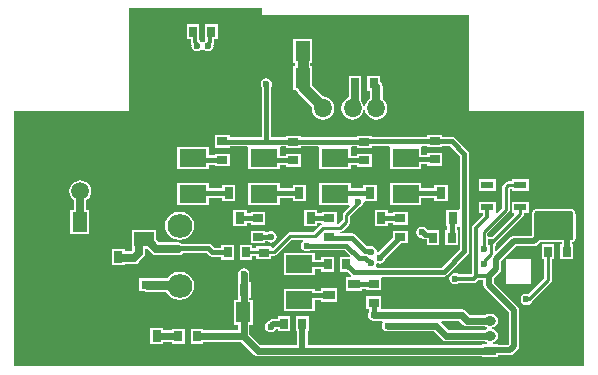
<source format=gbl>
G04*
G04 #@! TF.GenerationSoftware,Altium Limited,Altium Designer,20.2.4 (192)*
G04*
G04 Layer_Physical_Order=2*
G04 Layer_Color=16711680*
%FSLAX25Y25*%
%MOIN*%
G70*
G04*
G04 #@! TF.SameCoordinates,81383B29-DD0C-412F-95FE-E9E56B5C578C*
G04*
G04*
G04 #@! TF.FilePolarity,Positive*
G04*
G01*
G75*
%ADD10C,0.00787*%
%ADD12C,0.01181*%
%ADD25C,0.00984*%
%ADD29R,0.02756X0.03543*%
%ADD38R,0.03543X0.02756*%
%ADD41R,0.04882X0.06800*%
%ADD46R,0.03000X0.03843*%
%ADD78C,0.02756*%
%ADD79C,0.01968*%
%ADD80C,0.03150*%
%ADD81C,0.02362*%
%ADD82C,0.01575*%
%ADD83C,0.01378*%
%ADD85O,0.08268X0.07874*%
%ADD86O,0.03543X0.07677*%
%ADD87O,0.04134X0.06102*%
%ADD88C,0.05906*%
%ADD89R,0.05906X0.05906*%
%ADD90O,0.05906X0.06299*%
%ADD91R,0.05118X0.06890*%
%ADD92C,0.15748*%
%ADD93R,0.03150X0.04000*%
%ADD94O,0.03150X0.04000*%
%ADD95O,0.04000X0.03150*%
%ADD96R,0.04000X0.03150*%
%ADD97C,0.02362*%
%ADD98C,0.01968*%
%ADD99R,0.09055X0.05906*%
%ADD100R,0.03937X0.03150*%
%ADD101R,0.03150X0.03937*%
%ADD102R,0.06800X0.04882*%
%ADD103R,0.04331X0.02362*%
%ADD104C,0.03543*%
G36*
X83129Y117267D02*
X152027D01*
Y85254D01*
X172767D01*
X173104Y85560D01*
X190453Y85532D01*
Y68996D01*
X190453D01*
X190412Y68947D01*
Y20555D01*
X190481Y20480D01*
X190481Y4324D01*
X190412Y4248D01*
Y535D01*
X183358D01*
X182332Y384D01*
X180269Y439D01*
X179790Y535D01*
X11155D01*
X10675Y439D01*
X8613Y384D01*
X7587Y535D01*
X452D01*
Y68164D01*
X435Y68183D01*
X452Y78474D01*
Y85254D01*
X463D01*
X464Y85532D01*
X16999D01*
X16999Y85532D01*
X17334Y85254D01*
X38838D01*
Y119629D01*
X83129D01*
Y117267D01*
D02*
G37*
%LPC*%
G36*
X68268Y114291D02*
X64095D01*
Y109331D01*
X64095Y109331D01*
X64045Y108851D01*
X63598Y108553D01*
X63439Y108314D01*
X62939D01*
X62780Y108553D01*
X62271Y108892D01*
X62087Y109331D01*
X62087Y109331D01*
X62087Y109331D01*
Y114291D01*
X57913D01*
Y109331D01*
X59335D01*
Y108268D01*
X59335Y108268D01*
X59436Y107761D01*
X59565Y107567D01*
X59491Y107190D01*
X59637Y106453D01*
X60055Y105828D01*
X60680Y105410D01*
X61417Y105263D01*
X62155Y105410D01*
X62780Y105828D01*
X62939Y106066D01*
X63439D01*
X63598Y105828D01*
X64223Y105410D01*
X64961Y105263D01*
X65698Y105410D01*
X66323Y105828D01*
X66741Y106453D01*
X66887Y107190D01*
X66812Y107567D01*
X66942Y107761D01*
X67043Y108268D01*
X67043Y108268D01*
Y109331D01*
X68268D01*
Y114291D01*
D02*
G37*
G36*
X122303Y97165D02*
X118130D01*
Y94890D01*
X118089Y94685D01*
Y94291D01*
X118130Y94086D01*
Y92205D01*
X118936D01*
Y89557D01*
X118452Y89186D01*
X117865Y88421D01*
X117496Y87531D01*
X117383Y86676D01*
X117370Y86575D01*
X116882D01*
X116869Y86676D01*
X116756Y87531D01*
X116387Y88421D01*
X116163Y88714D01*
Y93484D01*
X116163Y93484D01*
Y94685D01*
X116122Y94890D01*
Y97165D01*
X111949D01*
Y94890D01*
X111908Y94685D01*
Y93484D01*
X111908Y93484D01*
Y90007D01*
X111343Y89773D01*
X110578Y89186D01*
X109991Y88421D01*
X109622Y87531D01*
X109496Y86575D01*
Y86181D01*
X109622Y85225D01*
X109991Y84335D01*
X110578Y83570D01*
X111343Y82983D01*
X112233Y82614D01*
X113189Y82488D01*
X114145Y82614D01*
X115035Y82983D01*
X115800Y83570D01*
X116387Y84335D01*
X116756Y85225D01*
X116869Y86080D01*
X116882Y86181D01*
X117370D01*
X117383Y86080D01*
X117496Y85225D01*
X117865Y84335D01*
X118452Y83570D01*
X119217Y82983D01*
X120107Y82614D01*
X121063Y82488D01*
X122019Y82614D01*
X122909Y82983D01*
X123674Y83570D01*
X124261Y84335D01*
X124630Y85225D01*
X124756Y86181D01*
Y86575D01*
X124630Y87531D01*
X124261Y88421D01*
X123674Y89186D01*
X123190Y89557D01*
Y93445D01*
X123029Y94259D01*
X122567Y94949D01*
X122303Y95214D01*
Y97165D01*
D02*
G37*
G36*
X99800Y109463D02*
X93501D01*
Y101246D01*
X94122D01*
Y100565D01*
X93501D01*
Y92348D01*
X94313D01*
X94314Y92342D01*
X94862Y91522D01*
X99672Y86713D01*
X99654Y86575D01*
Y86181D01*
X99779Y85225D01*
X100148Y84335D01*
X100735Y83570D01*
X101500Y82983D01*
X102391Y82614D01*
X103347Y82488D01*
X104302Y82614D01*
X105193Y82983D01*
X105958Y83570D01*
X106545Y84335D01*
X106914Y85225D01*
X107039Y86181D01*
Y86575D01*
X106914Y87531D01*
X106545Y88421D01*
X105958Y89186D01*
X105193Y89773D01*
X104302Y90142D01*
X103347Y90268D01*
X103278Y90259D01*
X99800Y93737D01*
Y100565D01*
X99180D01*
Y101246D01*
X99800D01*
Y109463D01*
D02*
G37*
G36*
X84449Y96356D02*
X83711Y96209D01*
X83086Y95792D01*
X82669Y95166D01*
X82522Y94429D01*
X82669Y93692D01*
X82924Y93310D01*
Y76712D01*
X72264D01*
Y77323D01*
X67303D01*
Y73150D01*
X72264D01*
Y73662D01*
X78056D01*
X78425Y73347D01*
X78425Y73162D01*
Y66024D01*
X88898D01*
Y67431D01*
X90925D01*
Y66870D01*
X95886D01*
Y71043D01*
X90925D01*
Y70482D01*
X88898D01*
Y73162D01*
X88898Y73347D01*
X89267Y73662D01*
X90925D01*
Y73051D01*
X95886D01*
Y73612D01*
X101657D01*
X102047Y73346D01*
X102047Y73112D01*
Y66024D01*
X112520D01*
Y67431D01*
X114646D01*
Y66870D01*
X119606D01*
Y71043D01*
X114646D01*
Y70482D01*
X112520D01*
Y73112D01*
X112520Y73346D01*
X112909Y73612D01*
X114646D01*
Y73051D01*
X119606D01*
Y73760D01*
X125461D01*
X125669Y73347D01*
X125669Y73260D01*
Y66024D01*
X136142D01*
Y67727D01*
X138071D01*
Y67165D01*
X143032D01*
Y71339D01*
X138071D01*
Y70777D01*
X136142D01*
Y73260D01*
X136142Y73347D01*
X136350Y73760D01*
X138071D01*
Y73347D01*
X143032D01*
Y73730D01*
X145568D01*
X148967Y70332D01*
Y52919D01*
X148819Y52480D01*
X148467Y52480D01*
X144252D01*
Y47126D01*
X144843D01*
Y45591D01*
X144114D01*
Y40630D01*
X148287D01*
Y45591D01*
X147894D01*
Y46772D01*
X148247Y47126D01*
X148819Y47126D01*
X148967Y46687D01*
Y39264D01*
X142921Y33218D01*
X121233D01*
X120966Y33718D01*
X121093Y33908D01*
X121175Y34320D01*
X121572Y34628D01*
X121706Y34620D01*
X122329Y34496D01*
X123066Y34643D01*
X123692Y35061D01*
X124109Y35686D01*
X124256Y36423D01*
X124255Y36428D01*
X129204Y41378D01*
X131614D01*
Y45551D01*
X126654D01*
Y43141D01*
X121746Y38234D01*
X121733Y38232D01*
X121475Y38386D01*
X121351Y38482D01*
X121262Y38584D01*
X121131Y39241D01*
X120713Y39866D01*
X120088Y40284D01*
X119351Y40431D01*
X118749Y40311D01*
X118128D01*
X114250Y44189D01*
X113755Y44519D01*
X113171Y44636D01*
X109139D01*
X109089Y45136D01*
X109486Y45214D01*
X109883Y45480D01*
X111968Y47565D01*
X112233Y47962D01*
X112327Y48431D01*
Y50376D01*
X115073Y53122D01*
X115799Y53266D01*
X116424Y53684D01*
X116842Y54309D01*
X116989Y55046D01*
X117274Y55394D01*
X121378D01*
Y60748D01*
X116811D01*
Y59596D01*
X112520D01*
Y61535D01*
X102047D01*
Y54213D01*
X109626D01*
X109744Y54189D01*
X109862Y54213D01*
X111994D01*
X112201Y53713D01*
X110237Y51749D01*
X109971Y51351D01*
X109878Y50883D01*
Y48938D01*
X108510Y47570D01*
X107992D01*
Y51732D01*
X103032D01*
Y51250D01*
X101496D01*
Y52480D01*
X96929D01*
Y47126D01*
X101496D01*
Y48199D01*
X102624D01*
X102962Y47699D01*
X102914Y47512D01*
X102735Y47477D01*
X102602Y47388D01*
X102602Y47388D01*
X102474Y47302D01*
X102337Y47211D01*
X100051Y44925D01*
X92257D01*
X91788Y44832D01*
X91391Y44567D01*
X86642Y39817D01*
X86142Y40025D01*
Y40312D01*
X81181D01*
Y39592D01*
X79823D01*
Y40848D01*
X75650D01*
Y35888D01*
X79823D01*
Y37144D01*
X81181D01*
Y36139D01*
X86142D01*
Y37144D01*
X86924D01*
X87392Y37237D01*
X87789Y37502D01*
X92764Y42476D01*
X96548D01*
X96700Y41976D01*
X96585Y41900D01*
X96167Y41274D01*
X96020Y40537D01*
X96167Y39800D01*
X96585Y39175D01*
X97210Y38757D01*
X97947Y38610D01*
X98684Y38757D01*
X99066Y39012D01*
X110546D01*
X112363Y37194D01*
X112172Y36732D01*
X109016D01*
Y31772D01*
X111425D01*
X112583Y30614D01*
X112706Y30532D01*
X112554Y30032D01*
X111004D01*
Y25465D01*
X116358D01*
Y26199D01*
X117736D01*
Y25613D01*
X122697D01*
Y29667D01*
X122697Y29786D01*
X122982Y30167D01*
X143553D01*
X144137Y30284D01*
X144632Y30614D01*
X151571Y37553D01*
X151901Y38048D01*
X152017Y38632D01*
Y70964D01*
X151901Y71548D01*
X151571Y72042D01*
X147279Y76335D01*
X146784Y76665D01*
X146200Y76781D01*
X143032D01*
Y77520D01*
X138071D01*
Y76811D01*
X119606D01*
Y77224D01*
X114646D01*
Y76663D01*
X95886D01*
Y77224D01*
X90925D01*
Y76712D01*
X85974D01*
Y93310D01*
X86229Y93692D01*
X86376Y94429D01*
X86229Y95166D01*
X85811Y95792D01*
X85186Y96209D01*
X84449Y96356D01*
D02*
G37*
G36*
X65276Y73347D02*
X54803D01*
Y66024D01*
X65276D01*
Y67530D01*
X67303D01*
Y66969D01*
X72264D01*
Y71142D01*
X67303D01*
Y70581D01*
X65276D01*
Y73347D01*
D02*
G37*
G36*
X172028Y62618D02*
X166279D01*
Y61953D01*
X165101D01*
X164633Y61860D01*
X164235Y61594D01*
X163436Y60794D01*
X163170Y60397D01*
X163077Y59929D01*
Y53066D01*
X161504Y51493D01*
X161004Y51700D01*
Y55138D01*
X155256D01*
Y51358D01*
X156805D01*
Y50745D01*
X153468Y47409D01*
X153181Y46979D01*
X153080Y46472D01*
X153080Y46472D01*
Y31028D01*
X152986Y30933D01*
X148649D01*
X148118Y31288D01*
X147380Y31435D01*
X146643Y31288D01*
X146018Y30871D01*
X145600Y30246D01*
X145454Y29508D01*
X145600Y28771D01*
X146018Y28146D01*
X146643Y27728D01*
X147380Y27582D01*
X148118Y27728D01*
X148649Y28083D01*
X153576D01*
X154121Y28192D01*
X154583Y28501D01*
X154995Y28912D01*
X156847D01*
Y27492D01*
X156978Y26831D01*
X157352Y26271D01*
X165203Y18420D01*
Y7676D01*
X165061Y7534D01*
X161665D01*
Y7835D01*
X159993D01*
X159943Y8335D01*
X160273Y8400D01*
X161028Y8905D01*
X161533Y9660D01*
X161710Y10551D01*
X161533Y11442D01*
X161028Y12197D01*
X160273Y12702D01*
X159800Y12796D01*
Y13306D01*
X160273Y13400D01*
X161028Y13905D01*
X161533Y14660D01*
X161710Y15551D01*
X161533Y16442D01*
X161028Y17198D01*
X160273Y17702D01*
X159382Y17879D01*
X158531D01*
X157641Y17702D01*
X157305Y17478D01*
X152275D01*
X150980Y18772D01*
X150355Y19190D01*
X149618Y19336D01*
X123158D01*
X122697Y19431D01*
Y23605D01*
X117736D01*
Y19431D01*
X118691D01*
Y18528D01*
X118436Y18147D01*
X118290Y17410D01*
X118436Y16672D01*
X118854Y16047D01*
X119479Y15630D01*
X120217Y15483D01*
X123127D01*
X123392Y14983D01*
X123122Y14578D01*
X122975Y13840D01*
X123122Y13103D01*
X123539Y12478D01*
X124164Y12060D01*
X124902Y11913D01*
X140285D01*
X143009Y9189D01*
X143634Y8771D01*
X144372Y8624D01*
X157305D01*
X157641Y8400D01*
X157970Y8335D01*
X157921Y7835D01*
X156248D01*
Y7478D01*
X98222D01*
Y11970D01*
X98583D01*
Y16930D01*
X94410D01*
Y11970D01*
X94770D01*
Y7478D01*
X82491D01*
X78818Y11151D01*
Y14199D01*
X79961D01*
Y22416D01*
X78818D01*
Y23178D01*
X79349D01*
Y28439D01*
X78818D01*
Y31075D01*
X78671Y31812D01*
X78253Y32437D01*
X77628Y32855D01*
X76891Y33002D01*
X76153Y32855D01*
X75528Y32437D01*
X75111Y31812D01*
X74964Y31075D01*
Y28439D01*
X74931D01*
Y23178D01*
X74964D01*
Y22416D01*
X73661D01*
Y14199D01*
X74964D01*
Y12280D01*
X63406D01*
Y12833D01*
X59232D01*
Y7873D01*
X63406D01*
Y8426D01*
X76093D01*
X80330Y4189D01*
X80956Y3771D01*
X81693Y3624D01*
X156248D01*
Y3268D01*
X161665D01*
Y4082D01*
X165776D01*
X166437Y4213D01*
X166997Y4587D01*
X168150Y5740D01*
X168524Y6300D01*
X168655Y6961D01*
Y19135D01*
X168524Y19796D01*
X168150Y20356D01*
X160299Y28207D01*
Y29622D01*
X162224Y31548D01*
X162599Y32108D01*
X162730Y32768D01*
Y35346D01*
X167812Y40427D01*
X173649D01*
X174310Y40558D01*
X174870Y40933D01*
X175537Y41600D01*
X182861Y41600D01*
Y40980D01*
X182500D01*
Y36020D01*
X186673D01*
Y40980D01*
X186313D01*
Y41653D01*
X186663Y41749D01*
X186704Y41769D01*
X186749Y41778D01*
X186829Y41832D01*
X186916Y41875D01*
X186945Y41909D01*
X186984Y41935D01*
X187202Y42153D01*
X187202Y42153D01*
X187202Y42153D01*
X187300Y42299D01*
X187359Y42388D01*
Y42388D01*
X187359Y42388D01*
X187479Y42677D01*
X187479Y42677D01*
X187479Y42677D01*
X187506Y42816D01*
X187533Y42954D01*
X187533Y42954D01*
X187533Y42954D01*
X187533Y43110D01*
X187534Y50620D01*
X187534Y50620D01*
X187534Y50620D01*
X187533Y51083D01*
X187517Y51166D01*
X187514Y51251D01*
X187402Y51717D01*
X187378Y51769D01*
X187367Y51825D01*
X187329Y51917D01*
X187172Y52151D01*
X186895Y52428D01*
X186661Y52585D01*
X186661Y52585D01*
X186299Y52734D01*
X186299Y52734D01*
X186299Y52735D01*
X186198Y52755D01*
X186023Y52789D01*
X186023Y52789D01*
X186023Y52789D01*
X185827Y52789D01*
X174606Y52789D01*
X174606Y52789D01*
X174450Y52789D01*
X174450Y52789D01*
X174450Y52789D01*
X174332Y52766D01*
X174173Y52734D01*
X174173Y52734D01*
X174173Y52734D01*
X173884Y52614D01*
X173649Y52458D01*
X173428Y52236D01*
X173428Y52236D01*
X173271Y52002D01*
X173151Y51713D01*
X173121Y51561D01*
X173096Y51436D01*
X173096Y51279D01*
X173096Y44041D01*
X172934Y43879D01*
X167097D01*
X166436Y43748D01*
X165876Y43374D01*
X161076Y38574D01*
X160614Y38765D01*
Y40179D01*
X160752Y40271D01*
X161170Y40896D01*
X161311Y41607D01*
X170019Y50315D01*
X170285Y50713D01*
X170378Y51181D01*
Y51358D01*
X172028D01*
Y55138D01*
X166279D01*
Y51358D01*
X166946D01*
X167137Y50896D01*
X159733Y43492D01*
X159390Y43561D01*
X158663Y43416D01*
X158573Y43399D01*
X158163Y43684D01*
Y44689D01*
X165167Y51693D01*
X165433Y52091D01*
X165526Y52559D01*
Y59421D01*
X165608Y59504D01*
X166279D01*
Y58839D01*
X172028D01*
Y62618D01*
D02*
G37*
G36*
X161004D02*
X155256D01*
Y58839D01*
X161004D01*
Y62618D01*
D02*
G37*
G36*
X136142Y61535D02*
X125669D01*
Y54213D01*
X136142D01*
Y56546D01*
X140512D01*
Y55394D01*
X145079D01*
Y60748D01*
X140512D01*
Y59596D01*
X136142D01*
Y61535D01*
D02*
G37*
G36*
X88898D02*
X78425D01*
Y54213D01*
X81082D01*
X81201Y54189D01*
X81319Y54213D01*
X88898D01*
Y56546D01*
X93189D01*
Y55394D01*
X97756D01*
Y60748D01*
X93189D01*
Y59596D01*
X88898D01*
Y61535D01*
D02*
G37*
G36*
X65276D02*
X54803D01*
Y54213D01*
X65276D01*
Y56546D01*
X69587D01*
Y55394D01*
X74154D01*
Y60748D01*
X69587D01*
Y59596D01*
X65276D01*
Y61535D01*
D02*
G37*
G36*
X125118Y52480D02*
X120551D01*
Y47126D01*
X125118D01*
Y48199D01*
X126654D01*
Y47559D01*
X131614D01*
Y51732D01*
X126654D01*
Y51250D01*
X125118D01*
Y52480D01*
D02*
G37*
G36*
X77894D02*
X73327D01*
Y47126D01*
X77894D01*
Y48199D01*
X79213D01*
Y47559D01*
X84173D01*
Y51732D01*
X79213D01*
Y51250D01*
X77894D01*
Y52480D01*
D02*
G37*
G36*
X22476Y62335D02*
X21520Y62209D01*
X20629Y61840D01*
X19865Y61253D01*
X19278Y60488D01*
X18909Y59598D01*
X18783Y58642D01*
X18909Y57686D01*
X19278Y56795D01*
X19865Y56030D01*
X20230Y55750D01*
Y52475D01*
X19089D01*
Y44258D01*
X25388D01*
Y52475D01*
X24485D01*
Y55568D01*
X25087Y56030D01*
X25674Y56795D01*
X26043Y57686D01*
X26169Y58642D01*
X26043Y59598D01*
X25674Y60488D01*
X25087Y61253D01*
X24322Y61840D01*
X23432Y62209D01*
X22476Y62335D01*
D02*
G37*
G36*
X55715Y51851D02*
X55321D01*
X54109Y51692D01*
X52978Y51223D01*
X52008Y50479D01*
X51263Y49508D01*
X50795Y48378D01*
X50635Y47165D01*
X50795Y45953D01*
X51263Y44822D01*
X52008Y43852D01*
X52978Y43107D01*
X54109Y42639D01*
X55321Y42480D01*
X55715D01*
X56928Y42639D01*
X58058Y43107D01*
X59028Y43852D01*
X59773Y44822D01*
X60241Y45953D01*
X60401Y47165D01*
X60241Y48378D01*
X59773Y49508D01*
X59028Y50479D01*
X58058Y51223D01*
X56928Y51692D01*
X55715Y51851D01*
D02*
G37*
G36*
X84173Y45551D02*
X79213D01*
Y41378D01*
X84173D01*
Y41939D01*
X84905D01*
X85286Y41684D01*
X86024Y41538D01*
X86761Y41684D01*
X87386Y42102D01*
X87804Y42727D01*
X87950Y43465D01*
X87804Y44202D01*
X87386Y44827D01*
X86761Y45245D01*
X86024Y45391D01*
X85286Y45245D01*
X84905Y44990D01*
X84173D01*
Y45551D01*
D02*
G37*
G36*
X136342Y46878D02*
X135605Y46731D01*
X134980Y46313D01*
X134562Y45688D01*
X134415Y44951D01*
X134562Y44213D01*
X134980Y43588D01*
X135605Y43171D01*
X136321Y43028D01*
X136333Y43016D01*
X136828Y42685D01*
X137412Y42569D01*
X137933D01*
Y40630D01*
X142106D01*
Y45591D01*
X139576D01*
X139429Y45620D01*
X138136D01*
X138122Y45688D01*
X137705Y46313D01*
X137080Y46731D01*
X136342Y46878D01*
D02*
G37*
G36*
X47809Y45728D02*
X39592D01*
Y39429D01*
X39612D01*
X39731Y38936D01*
X39451Y38624D01*
X37387D01*
Y39343D01*
X32970D01*
Y36807D01*
X32951Y36713D01*
X32970Y36618D01*
Y34082D01*
X37387D01*
Y34369D01*
X40379D01*
X41194Y34530D01*
X41884Y34992D01*
X43498Y36606D01*
X43959Y37296D01*
X44121Y38110D01*
Y39429D01*
X44801D01*
X46266Y37964D01*
X46956Y37503D01*
X47770Y37341D01*
X55138D01*
X55952Y37503D01*
X56642Y37964D01*
X56741Y38111D01*
X64486D01*
X65308Y37289D01*
X65803Y36959D01*
X66387Y36843D01*
X69468D01*
Y35888D01*
X73642D01*
Y40848D01*
X69468D01*
Y39893D01*
X67019D01*
X66197Y40715D01*
X65702Y41046D01*
X65118Y41162D01*
X56359D01*
X55952Y41434D01*
X55138Y41596D01*
X48651D01*
X47809Y42438D01*
Y45728D01*
D02*
G37*
G36*
X100709Y37913D02*
X90236D01*
Y30591D01*
X100709D01*
Y32727D01*
X102835D01*
Y31772D01*
X107008D01*
Y36732D01*
X102835D01*
Y35777D01*
X100709D01*
Y37913D01*
D02*
G37*
G36*
X164469Y36122D02*
X164469Y27713D01*
X172736Y27713D01*
X172736Y36122D01*
X164469Y36122D01*
D02*
G37*
G36*
X108090Y26292D02*
X102736D01*
Y25534D01*
X100709D01*
Y26102D01*
X90236D01*
Y18779D01*
X100709D01*
Y22483D01*
X102736D01*
Y21725D01*
X108090D01*
Y26292D01*
D02*
G37*
G36*
X180492Y40980D02*
X176319D01*
Y36020D01*
X177181D01*
Y29602D01*
X171946Y24366D01*
X171913Y24388D01*
X171176Y24534D01*
X170439Y24388D01*
X169814Y23970D01*
X169396Y23345D01*
X169249Y22608D01*
X169396Y21870D01*
X169814Y21245D01*
X170439Y20828D01*
X171176Y20681D01*
X171913Y20828D01*
X172538Y21245D01*
X172956Y21870D01*
X172967Y21924D01*
X179271Y28229D01*
X179537Y28626D01*
X179630Y29094D01*
Y36020D01*
X180492D01*
Y40980D01*
D02*
G37*
G36*
X55715Y31851D02*
X55321D01*
X54109Y31692D01*
X52978Y31223D01*
X52008Y30479D01*
X51516Y29838D01*
X44660D01*
X43769Y29660D01*
X43672Y29596D01*
X42180D01*
Y25423D01*
X43672D01*
X43769Y25358D01*
X44660Y25181D01*
X51115D01*
X51263Y24823D01*
X52008Y23852D01*
X52978Y23107D01*
X54109Y22639D01*
X55321Y22480D01*
X55715D01*
X56928Y22639D01*
X58058Y23107D01*
X59028Y23852D01*
X59773Y24823D01*
X60241Y25953D01*
X60401Y27165D01*
X60241Y28378D01*
X59773Y29508D01*
X59028Y30479D01*
X58058Y31223D01*
X56928Y31692D01*
X55715Y31851D01*
D02*
G37*
G36*
X92402Y16930D02*
X88228D01*
Y16160D01*
X86839D01*
X86179Y16028D01*
X85619Y15654D01*
X85306Y15341D01*
X85211Y15322D01*
X84586Y14905D01*
X84168Y14279D01*
X84022Y13542D01*
X84168Y12805D01*
X84586Y12180D01*
X85211Y11762D01*
X85948Y11615D01*
X86686Y11762D01*
X87311Y12180D01*
X87663Y12707D01*
X88228D01*
Y11970D01*
X92402D01*
Y16930D01*
D02*
G37*
G36*
X50157Y13043D02*
X45591D01*
Y7626D01*
X50157D01*
Y8417D01*
X53051D01*
Y7873D01*
X57224D01*
Y12833D01*
X53051D01*
Y12271D01*
X50157D01*
Y13043D01*
D02*
G37*
%LPD*%
G36*
X186384Y51917D02*
X186661Y51640D01*
X186699Y51548D01*
X186811Y51083D01*
X186811Y50620D01*
X186811Y43110D01*
X186811Y42954D01*
X186691Y42664D01*
X186473Y42446D01*
X186024Y42323D01*
X174606Y42323D01*
X174450Y42323D01*
X174160Y42443D01*
X173939Y42664D01*
X173819Y42954D01*
X173819Y43110D01*
X173819Y51279D01*
X173819Y51436D01*
X173939Y51726D01*
X174160Y51947D01*
X174450Y52067D01*
X174606Y52067D01*
X174606Y52067D01*
X185827Y52067D01*
X186023Y52067D01*
X186384Y51917D01*
D02*
G37*
G36*
X150114Y14189D02*
X150739Y13771D01*
X151476Y13624D01*
X157305D01*
X157641Y13400D01*
X158114Y13306D01*
Y12796D01*
X157641Y12702D01*
X157305Y12478D01*
X145170D01*
X142665Y14983D01*
X142872Y15483D01*
X148820D01*
X150114Y14189D01*
D02*
G37*
D10*
X88976Y105354D02*
Y106239D01*
X90248Y107510D01*
X143110Y108404D02*
X145276Y106239D01*
X79134Y107510D02*
X90248D01*
X145276Y105354D02*
Y106239D01*
X47835Y100689D02*
Y101677D01*
X146260Y79035D02*
X168329D01*
X142323Y82973D02*
X146260Y79035D01*
X168329D02*
X175908Y71457D01*
X142323Y83858D02*
X143110Y84646D01*
Y103189D01*
X145276Y105354D01*
X8858Y12402D02*
Y18581D01*
X20539Y78150D02*
X37894D01*
X41929Y82185D01*
Y94784D01*
X47835Y100689D01*
X13846Y71457D02*
X20539Y78150D01*
X47835Y101677D02*
Y101969D01*
X8858Y71457D02*
X13846D01*
X175908D02*
X182087D01*
X142323Y82973D02*
Y83858D01*
X8858Y12402D02*
X10874Y14417D01*
X8858Y12402D02*
X9515D01*
D12*
X154405Y30337D02*
Y46472D01*
X158130Y50197D01*
X97947Y74955D02*
X98130Y75138D01*
X158130Y50197D02*
Y53248D01*
X65719Y111348D02*
X66181Y111811D01*
X65719Y108268D02*
Y111348D01*
X64961Y107510D02*
X65719Y108268D01*
X64961Y107190D02*
Y107510D01*
X60000Y111811D02*
X60659Y111152D01*
Y108268D02*
Y111152D01*
Y108268D02*
X61417Y107510D01*
Y107190D02*
Y107510D01*
X140551Y69252D02*
X140571Y69272D01*
D25*
X171176Y22608D02*
X171919D01*
X178405Y29094D02*
Y38500D01*
X171919Y22608D02*
X178405Y29094D01*
X171176Y22608D02*
X171549D01*
X156885Y34392D02*
Y35386D01*
X159390Y37890D01*
X168759Y52853D02*
X169154Y53248D01*
X159390Y37890D02*
Y41634D01*
X82491Y38368D02*
X86924D01*
X77736D02*
X82491D01*
X156939Y39469D02*
Y45197D01*
X164302Y52559D02*
Y59929D01*
X165101Y60728D02*
X169154D01*
X164302Y59929D02*
X165101Y60728D01*
X156939Y45197D02*
X164302Y52559D01*
X168759Y52853D02*
X168860D01*
X169154Y52559D01*
Y51181D02*
Y52559D01*
X159390Y41634D02*
X159606D01*
X169154Y51181D01*
X115062Y54843D02*
Y55046D01*
X111102Y50883D02*
X115062Y54843D01*
X111102Y48431D02*
Y50883D01*
X109017Y46345D02*
X111102Y48431D01*
X100558Y43701D02*
X103203Y46345D01*
X109017D01*
X92257Y43701D02*
X100558D01*
X86924Y38368D02*
X92257Y43701D01*
X130905Y69685D02*
X131339Y69252D01*
X107283Y57874D02*
X109744Y55413D01*
X107283Y69685D02*
X108012Y68957D01*
X83661Y69685D02*
X84390Y68957D01*
X81201Y55413D02*
X83661Y57874D01*
X60039Y69685D02*
X60669Y69055D01*
X94784Y23130D02*
X95472Y22441D01*
D29*
X96496Y14450D02*
D03*
X90315D02*
D03*
X60000Y111811D02*
D03*
X66181D02*
D03*
X77736Y38368D02*
D03*
X71555D02*
D03*
X114035Y94685D02*
D03*
X120217D02*
D03*
X178405Y38500D02*
D03*
X184587D02*
D03*
X61319Y10353D02*
D03*
X55138D02*
D03*
X146201Y43110D02*
D03*
X140020D02*
D03*
X111102Y34252D02*
D03*
X104921D02*
D03*
D38*
X44660Y21328D02*
D03*
Y27509D02*
D03*
X81693Y49646D02*
D03*
Y43465D02*
D03*
X83661Y32045D02*
D03*
Y38226D02*
D03*
X105512Y49646D02*
D03*
Y43465D02*
D03*
X129134D02*
D03*
Y49646D02*
D03*
X120217Y27699D02*
D03*
Y21518D02*
D03*
X140551Y75433D02*
D03*
Y69252D02*
D03*
X117126Y68957D02*
D03*
Y75138D02*
D03*
X93405D02*
D03*
Y68957D02*
D03*
X69784Y69055D02*
D03*
Y75236D02*
D03*
D41*
X96651Y105354D02*
D03*
X108344D02*
D03*
X96651Y96457D02*
D03*
X108344D02*
D03*
X76811Y18308D02*
D03*
X65118D02*
D03*
X10545Y48366D02*
D03*
X22238D02*
D03*
D46*
X77140Y25808D02*
D03*
X83521D02*
D03*
X35179Y36713D02*
D03*
X28798D02*
D03*
D78*
X22357Y58523D02*
X22476Y58642D01*
X22357Y48485D02*
Y58523D01*
X22238Y48366D02*
X22357Y48485D01*
X55174Y27509D02*
X55518Y27165D01*
X35079Y36713D02*
X35295Y36496D01*
X41994Y41516D02*
X43057Y42579D01*
X41994Y38110D02*
Y41516D01*
X35295Y36496D02*
X40379D01*
X41994Y38110D01*
X43057Y42579D02*
X44660D01*
X47770Y39469D01*
X55138D01*
X113189Y86378D02*
X114035Y87224D01*
Y93484D01*
X114035Y93484D02*
Y94685D01*
X114035Y93484D02*
X114035Y93484D01*
X121063Y86378D02*
Y93445D01*
X120217Y94291D02*
X121063Y93445D01*
X120217Y94291D02*
Y94685D01*
D79*
X184587Y38500D02*
Y44126D01*
X184843Y44382D01*
Y44488D01*
X158573Y30337D02*
X161004Y32768D01*
Y36061D02*
X167097Y42153D01*
X161004Y32768D02*
Y36061D01*
X158573Y27492D02*
Y30337D01*
Y27492D02*
X166929Y19135D01*
Y6961D02*
Y19135D01*
X173649Y42153D02*
X175984Y44488D01*
X167097Y42153D02*
X173649D01*
X86839Y14433D02*
X90298D01*
X85948Y13542D02*
X86839Y14433D01*
X165776Y5808D02*
X166929Y6961D01*
X159213Y5808D02*
X165776D01*
X158957Y5551D02*
X159213Y5808D01*
X90298Y14433D02*
X90315Y14450D01*
X96496Y5925D02*
Y14450D01*
X96122Y5551D02*
X96496Y5925D01*
D80*
X44660Y27509D02*
X55174D01*
D81*
X76891Y10353D02*
Y31075D01*
X55129Y10344D02*
X55138Y10353D01*
X47883Y10344D02*
X55129D01*
X47874Y10335D02*
X47883Y10344D01*
X124902Y13840D02*
X141083D01*
X144372Y10551D02*
X158957D01*
X141083Y13840D02*
X144372Y10551D01*
X96122Y5551D02*
X158957D01*
X81693D02*
X96122D01*
X61319Y10353D02*
X76891D01*
X81693Y5551D01*
X151476Y15551D02*
X158957D01*
X149618Y17410D02*
X151476Y15551D01*
X120217Y17410D02*
X149618D01*
D82*
X66387Y38368D02*
X71555D01*
X65118Y39637D02*
X66387Y38368D01*
X55138Y39469D02*
X55288Y39619D01*
X55845D01*
X55863Y39637D01*
X65118D01*
X84055Y75187D02*
X93356D01*
X69833D02*
X84055D01*
X84449Y75581D02*
Y94429D01*
X84055Y75187D02*
X84449Y75581D01*
X93356Y75187D02*
X93405Y75138D01*
X69784Y75236D02*
X69833Y75187D01*
X91929Y83858D02*
Y84692D01*
X90158Y86464D02*
X91929Y84692D01*
X88340Y86464D02*
X90158D01*
X76181Y101969D02*
X76557Y101593D01*
Y98246D02*
Y101593D01*
X140728Y75256D02*
X146200D01*
X150492Y38632D02*
Y70964D01*
X146200Y75256D02*
X150492Y70964D01*
X55905Y107190D02*
Y107190D01*
X93405Y75138D02*
X98130D01*
X117126D01*
X95472Y34252D02*
X104921D01*
X97040Y24009D02*
X105413D01*
X95472Y22441D02*
X97040Y24009D01*
X113681Y27749D02*
X113706Y27724D01*
X120192D01*
X120217Y27699D01*
X60039Y57874D02*
X60236Y58071D01*
X71870D01*
X75610Y49803D02*
X75689Y49724D01*
X81614D01*
X81693Y49646D01*
X83661Y57874D02*
X83858Y58071D01*
X95472D01*
X105433Y49724D02*
X105512Y49646D01*
X99291Y49724D02*
X105433D01*
X99213Y49803D02*
X99291Y49724D01*
X107480Y58071D02*
X119095D01*
X107283Y57874D02*
X107480Y58071D01*
X122835Y49803D02*
X122913Y49724D01*
X129055D01*
X129134Y49646D01*
X146201Y43110D02*
X146368Y43278D01*
Y49636D01*
X146535Y49803D01*
X130905Y57874D02*
X131102Y58071D01*
X142795D01*
X143553Y31693D02*
X150492Y38632D01*
X117496Y38786D02*
X119069D01*
X119351Y38504D01*
X136342Y44951D02*
X136555D01*
X140020Y43110D02*
Y43504D01*
X139429Y44094D02*
X140020Y43504D01*
X137412Y44094D02*
X139429D01*
X136555Y44951D02*
X137412Y44094D01*
X115218Y36496D02*
X117463D01*
X119313Y34646D01*
X122329Y36423D02*
Y36660D01*
X129134Y43465D01*
X105866Y43110D02*
X113171D01*
X117496Y38786D01*
X97947Y40537D02*
X111177D01*
X115218Y36496D01*
X105512Y43465D02*
X105866Y43110D01*
X113661Y31693D02*
X143553D01*
X111102Y33858D02*
Y34252D01*
Y33858D02*
X111693Y33268D01*
X112087D01*
X113661Y31693D01*
X120217Y17410D02*
Y21518D01*
X81693Y43465D02*
X86024D01*
X140551Y75433D02*
X140728Y75256D01*
X140403Y75285D02*
X140551Y75433D01*
X47835Y101677D02*
X48751Y102593D01*
X51308D01*
X55905Y107190D01*
Y107190D02*
X61127Y101969D01*
X76181D01*
X131339Y69252D02*
X140551D01*
X47835Y101969D02*
Y103311D01*
X44882Y106264D02*
X47835Y103311D01*
X44882Y106264D02*
Y113878D01*
X76181Y101969D02*
Y103311D01*
X79134Y106264D01*
Y113878D01*
X84390Y68957D02*
X93405D01*
X117126Y75138D02*
X117274Y75285D01*
X140403D01*
X108012Y68957D02*
X117126D01*
X60669Y69055D02*
X69784D01*
D83*
X147380Y29508D02*
X153576D01*
X154405Y30337D01*
X158573D01*
D85*
X33018Y27165D02*
D03*
Y47165D02*
D03*
X55518Y27165D02*
D03*
X55518Y47165D02*
D03*
D86*
X44882Y113878D02*
D03*
X79134D02*
D03*
D87*
X47835Y101969D02*
D03*
X76181D02*
D03*
D88*
X22476Y58642D02*
D03*
D89*
X12476D02*
D03*
D90*
X130905Y86378D02*
D03*
X121063D02*
D03*
X113189D02*
D03*
X103347D02*
D03*
D91*
X142323Y83858D02*
D03*
X91929D02*
D03*
X88976Y105354D02*
D03*
X145276D02*
D03*
D92*
X8858Y76772D02*
D03*
X182087Y12402D02*
D03*
Y76772D02*
D03*
X8858Y12402D02*
D03*
D93*
X47874Y10335D02*
D03*
D94*
X42874D02*
D03*
D95*
X158957Y20551D02*
D03*
Y15551D02*
D03*
Y10551D02*
D03*
D96*
Y5551D02*
D03*
D97*
X48228Y53071D02*
D03*
X55138Y39469D02*
D03*
X139577Y26770D02*
D03*
X142795Y21242D02*
D03*
X175197Y32437D02*
D03*
X147380Y29508D02*
D03*
X171176Y22608D02*
D03*
X165061Y25689D02*
D03*
X156885Y34392D02*
D03*
X84449Y94429D02*
D03*
X137933Y10335D02*
D03*
X76891Y31075D02*
D03*
X16151Y3561D02*
D03*
X21148Y10353D02*
D03*
X16392Y22151D02*
D03*
X5591Y23798D02*
D03*
X144114Y78378D02*
D03*
X81598Y100984D02*
D03*
X87205Y112894D02*
D03*
X149401Y98342D02*
D03*
X149567Y111221D02*
D03*
X42406Y101969D02*
D03*
X41781Y107190D02*
D03*
X29134Y53122D02*
D03*
X24902Y31696D02*
D03*
X74263Y79600D02*
D03*
Y83858D02*
D03*
X74125Y87992D02*
D03*
X54906Y86378D02*
D03*
X13160Y65970D02*
D03*
X19353Y69547D02*
D03*
X21421Y77013D02*
D03*
X19151Y83444D02*
D03*
X168524Y2928D02*
D03*
X175908Y3825D02*
D03*
X171590Y9337D02*
D03*
X171176Y16160D02*
D03*
X180269Y24365D02*
D03*
X186198Y64614D02*
D03*
X176722D02*
D03*
X170083Y71993D02*
D03*
X168759Y81612D02*
D03*
X147202Y58071D02*
D03*
X140819Y63244D02*
D03*
X155012Y70081D02*
D03*
X98583Y71260D02*
D03*
X87205Y22416D02*
D03*
X69468Y28829D02*
D03*
X54291Y5598D02*
D03*
X35191Y14905D02*
D03*
Y5598D02*
D03*
X23432D02*
D03*
Y14905D02*
D03*
X12476Y28829D02*
D03*
X4480D02*
D03*
X12220Y40537D02*
D03*
X4480D02*
D03*
X3699Y50479D02*
D03*
Y57219D02*
D03*
Y63319D02*
D03*
X51525Y116142D02*
D03*
X62780D02*
D03*
X74125D02*
D03*
X72103Y107190D02*
D03*
X138139Y111221D02*
D03*
X132840Y101260D02*
D03*
X125707Y111221D02*
D03*
X119313Y101260D02*
D03*
X111080Y111221D02*
D03*
X102497Y101260D02*
D03*
X98622Y111221D02*
D03*
X170195Y45480D02*
D03*
X85948Y13542D02*
D03*
X139577Y47638D02*
D03*
X147202Y13840D02*
D03*
X168022Y57087D02*
D03*
X81598Y13306D02*
D03*
X105158Y18308D02*
D03*
X114469Y20219D02*
D03*
X143314Y39508D02*
D03*
X136342D02*
D03*
X142323Y28829D02*
D03*
X187805Y31693D02*
D03*
X175955Y50000D02*
D03*
Y47244D02*
D03*
X178937Y50000D02*
D03*
X156939Y39469D02*
D03*
X159390Y41634D02*
D03*
X119351Y38504D02*
D03*
X136342Y44951D02*
D03*
X122329Y36423D02*
D03*
X119313Y34646D02*
D03*
X115062Y55046D02*
D03*
X124902Y13840D02*
D03*
X120217Y17410D02*
D03*
X97947Y40537D02*
D03*
X86024Y43465D02*
D03*
X55905Y107190D02*
D03*
X64961D02*
D03*
X61417D02*
D03*
X187431Y56988D02*
D03*
X40354Y64653D02*
D03*
X46654D02*
D03*
X43504Y64653D02*
D03*
X40354Y61248D02*
D03*
X43504D02*
D03*
X46654Y61247D02*
D03*
Y67854D02*
D03*
X43504Y67855D02*
D03*
X40354D02*
D03*
X43504Y71260D02*
D03*
X46654Y71260D02*
D03*
X40354D02*
D03*
X187805Y25689D02*
D03*
X184843Y44488D02*
D03*
Y47244D02*
D03*
Y50000D02*
D03*
X181890Y44488D02*
D03*
Y47244D02*
D03*
Y50000D02*
D03*
X178937Y47244D02*
D03*
Y44488D02*
D03*
X175984D02*
D03*
D98*
X121732Y54309D02*
D03*
D99*
X130905Y57874D02*
D03*
Y69685D02*
D03*
X107283Y57874D02*
D03*
Y69685D02*
D03*
X83661Y57874D02*
D03*
Y69685D02*
D03*
X60039Y57874D02*
D03*
Y69685D02*
D03*
X95472Y22441D02*
D03*
Y34252D02*
D03*
D100*
X105413Y24009D02*
D03*
X113681Y20269D02*
D03*
Y27749D02*
D03*
D101*
X142795Y58071D02*
D03*
X139055Y49803D02*
D03*
X146535D02*
D03*
X119095Y58071D02*
D03*
X115354Y49803D02*
D03*
X122835D02*
D03*
X95472Y58071D02*
D03*
X91732Y49803D02*
D03*
X99213D02*
D03*
X71870Y58071D02*
D03*
X68130Y49803D02*
D03*
X75610D02*
D03*
D102*
X43701Y54272D02*
D03*
Y42579D02*
D03*
D103*
X158130Y53248D02*
D03*
Y60728D02*
D03*
X169154Y53248D02*
D03*
Y56988D02*
D03*
Y60728D02*
D03*
D104*
X96651Y93310D02*
Y105354D01*
Y93310D02*
X102595Y87366D01*
Y87130D02*
X103347Y86378D01*
X102595Y87130D02*
Y87366D01*
M02*

</source>
